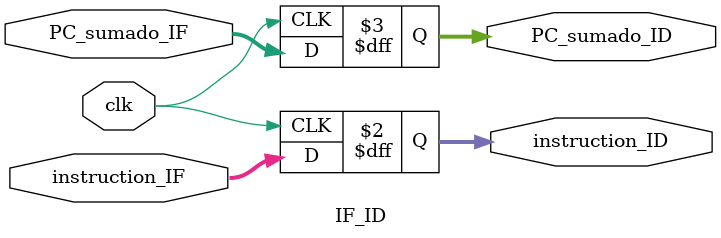
<source format=v>
`timescale 1ns / 1ps
module IF_ID(
	input clk,
	input [31:0] instruction_IF,
	input [31:0] PC_sumado_IF,
	output reg [31:0] instruction_ID,
	output reg [31:0] PC_sumado_ID
    );

	
	always@(posedge clk)
	begin
		instruction_ID <= instruction_IF;
		PC_sumado_ID 	<= PC_sumado_IF;	
	end


endmodule

</source>
